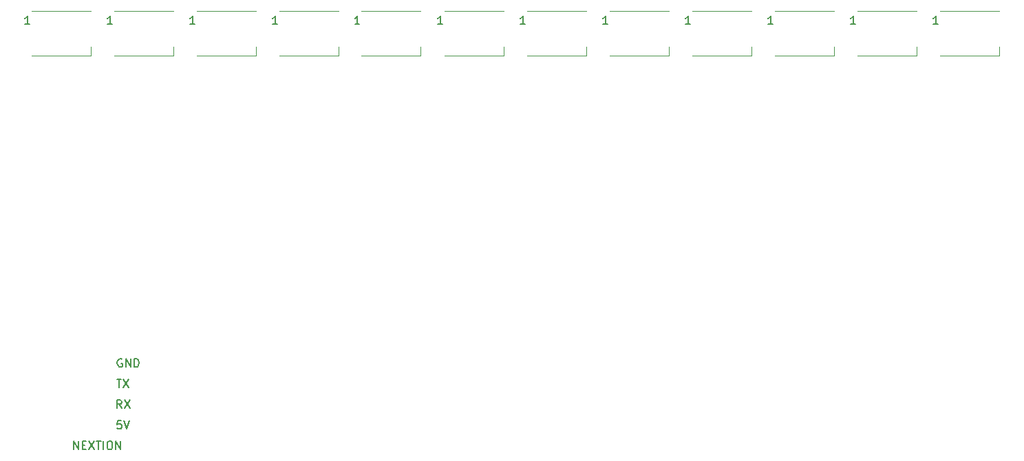
<source format=gbr>
%TF.GenerationSoftware,KiCad,Pcbnew,(5.1.6)-1*%
%TF.CreationDate,2020-10-19T15:42:45+08:00*%
%TF.ProjectId,sim,73696d2e-6b69-4636-9164-5f7063625858,rev?*%
%TF.SameCoordinates,Original*%
%TF.FileFunction,Legend,Top*%
%TF.FilePolarity,Positive*%
%FSLAX46Y46*%
G04 Gerber Fmt 4.6, Leading zero omitted, Abs format (unit mm)*
G04 Created by KiCad (PCBNEW (5.1.6)-1) date 2020-10-19 15:42:45*
%MOMM*%
%LPD*%
G01*
G04 APERTURE LIST*
%ADD10C,0.150000*%
%ADD11C,0.120000*%
G04 APERTURE END LIST*
D10*
X59984047Y-84272380D02*
X59984047Y-83272380D01*
X60555476Y-84272380D01*
X60555476Y-83272380D01*
X61031666Y-83748571D02*
X61365000Y-83748571D01*
X61507857Y-84272380D02*
X61031666Y-84272380D01*
X61031666Y-83272380D01*
X61507857Y-83272380D01*
X61841190Y-83272380D02*
X62507857Y-84272380D01*
X62507857Y-83272380D02*
X61841190Y-84272380D01*
X62745952Y-83272380D02*
X63317380Y-83272380D01*
X63031666Y-84272380D02*
X63031666Y-83272380D01*
X63650714Y-84272380D02*
X63650714Y-83272380D01*
X64317380Y-83272380D02*
X64507857Y-83272380D01*
X64603095Y-83320000D01*
X64698333Y-83415238D01*
X64745952Y-83605714D01*
X64745952Y-83939047D01*
X64698333Y-84129523D01*
X64603095Y-84224761D01*
X64507857Y-84272380D01*
X64317380Y-84272380D01*
X64222142Y-84224761D01*
X64126904Y-84129523D01*
X64079285Y-83939047D01*
X64079285Y-83605714D01*
X64126904Y-83415238D01*
X64222142Y-83320000D01*
X64317380Y-83272380D01*
X65174523Y-84272380D02*
X65174523Y-83272380D01*
X65745952Y-84272380D01*
X65745952Y-83272380D01*
X65849523Y-80732380D02*
X65373333Y-80732380D01*
X65325714Y-81208571D01*
X65373333Y-81160952D01*
X65468571Y-81113333D01*
X65706666Y-81113333D01*
X65801904Y-81160952D01*
X65849523Y-81208571D01*
X65897142Y-81303809D01*
X65897142Y-81541904D01*
X65849523Y-81637142D01*
X65801904Y-81684761D01*
X65706666Y-81732380D01*
X65468571Y-81732380D01*
X65373333Y-81684761D01*
X65325714Y-81637142D01*
X66182857Y-80732380D02*
X66516190Y-81732380D01*
X66849523Y-80732380D01*
X65873333Y-79192380D02*
X65540000Y-78716190D01*
X65301904Y-79192380D02*
X65301904Y-78192380D01*
X65682857Y-78192380D01*
X65778095Y-78240000D01*
X65825714Y-78287619D01*
X65873333Y-78382857D01*
X65873333Y-78525714D01*
X65825714Y-78620952D01*
X65778095Y-78668571D01*
X65682857Y-78716190D01*
X65301904Y-78716190D01*
X66206666Y-78192380D02*
X66873333Y-79192380D01*
X66873333Y-78192380D02*
X66206666Y-79192380D01*
X65278095Y-75652380D02*
X65849523Y-75652380D01*
X65563809Y-76652380D02*
X65563809Y-75652380D01*
X66087619Y-75652380D02*
X66754285Y-76652380D01*
X66754285Y-75652380D02*
X66087619Y-76652380D01*
X65913095Y-73160000D02*
X65817857Y-73112380D01*
X65675000Y-73112380D01*
X65532142Y-73160000D01*
X65436904Y-73255238D01*
X65389285Y-73350476D01*
X65341666Y-73540952D01*
X65341666Y-73683809D01*
X65389285Y-73874285D01*
X65436904Y-73969523D01*
X65532142Y-74064761D01*
X65675000Y-74112380D01*
X65770238Y-74112380D01*
X65913095Y-74064761D01*
X65960714Y-74017142D01*
X65960714Y-73683809D01*
X65770238Y-73683809D01*
X66389285Y-74112380D02*
X66389285Y-73112380D01*
X66960714Y-74112380D01*
X66960714Y-73112380D01*
X67436904Y-74112380D02*
X67436904Y-73112380D01*
X67675000Y-73112380D01*
X67817857Y-73160000D01*
X67913095Y-73255238D01*
X67960714Y-73350476D01*
X68008333Y-73540952D01*
X68008333Y-73683809D01*
X67960714Y-73874285D01*
X67913095Y-73969523D01*
X67817857Y-74064761D01*
X67675000Y-74112380D01*
X67436904Y-74112380D01*
D11*
%TO.C,D1*%
X62070000Y-35770000D02*
X62070000Y-34620000D01*
X54770000Y-35770000D02*
X62070000Y-35770000D01*
X54770000Y-30270000D02*
X62070000Y-30270000D01*
%TO.C,D2*%
X136050000Y-30270000D02*
X143350000Y-30270000D01*
X136050000Y-35770000D02*
X143350000Y-35770000D01*
X143350000Y-35770000D02*
X143350000Y-34620000D01*
%TO.C,D3*%
X72230000Y-35770000D02*
X72230000Y-34620000D01*
X64930000Y-35770000D02*
X72230000Y-35770000D01*
X64930000Y-30270000D02*
X72230000Y-30270000D01*
%TO.C,D4*%
X153510000Y-35770000D02*
X153510000Y-34620000D01*
X146210000Y-35770000D02*
X153510000Y-35770000D01*
X146210000Y-30270000D02*
X153510000Y-30270000D01*
%TO.C,D5*%
X75090000Y-30270000D02*
X82390000Y-30270000D01*
X75090000Y-35770000D02*
X82390000Y-35770000D01*
X82390000Y-35770000D02*
X82390000Y-34620000D01*
%TO.C,D6*%
X156370000Y-30270000D02*
X163670000Y-30270000D01*
X156370000Y-35770000D02*
X163670000Y-35770000D01*
X163670000Y-35770000D02*
X163670000Y-34620000D01*
%TO.C,D7*%
X92550000Y-35770000D02*
X92550000Y-34620000D01*
X85250000Y-35770000D02*
X92550000Y-35770000D01*
X85250000Y-30270000D02*
X92550000Y-30270000D01*
%TO.C,D9*%
X95350000Y-30270000D02*
X102650000Y-30270000D01*
X95350000Y-35770000D02*
X102650000Y-35770000D01*
X102650000Y-35770000D02*
X102650000Y-34620000D01*
%TO.C,D11*%
X112870000Y-35770000D02*
X112870000Y-34620000D01*
X105570000Y-35770000D02*
X112870000Y-35770000D01*
X105570000Y-30270000D02*
X112870000Y-30270000D01*
%TO.C,D13*%
X115730000Y-30270000D02*
X123030000Y-30270000D01*
X115730000Y-35770000D02*
X123030000Y-35770000D01*
X123030000Y-35770000D02*
X123030000Y-34620000D01*
%TO.C,D17*%
X125890000Y-30270000D02*
X133190000Y-30270000D01*
X125890000Y-35770000D02*
X133190000Y-35770000D01*
X133190000Y-35770000D02*
X133190000Y-34620000D01*
%TO.C,D8*%
X166530000Y-30270000D02*
X173830000Y-30270000D01*
X166530000Y-35770000D02*
X173830000Y-35770000D01*
X173830000Y-35770000D02*
X173830000Y-34620000D01*
%TD*%
%TO.C,D1*%
D10*
X54555714Y-31872380D02*
X53984285Y-31872380D01*
X54270000Y-31872380D02*
X54270000Y-30872380D01*
X54174761Y-31015238D01*
X54079523Y-31110476D01*
X53984285Y-31158095D01*
%TO.C,D2*%
X135835714Y-31872380D02*
X135264285Y-31872380D01*
X135550000Y-31872380D02*
X135550000Y-30872380D01*
X135454761Y-31015238D01*
X135359523Y-31110476D01*
X135264285Y-31158095D01*
%TO.C,D3*%
X64715714Y-31872380D02*
X64144285Y-31872380D01*
X64430000Y-31872380D02*
X64430000Y-30872380D01*
X64334761Y-31015238D01*
X64239523Y-31110476D01*
X64144285Y-31158095D01*
%TO.C,D4*%
X145995714Y-31872380D02*
X145424285Y-31872380D01*
X145710000Y-31872380D02*
X145710000Y-30872380D01*
X145614761Y-31015238D01*
X145519523Y-31110476D01*
X145424285Y-31158095D01*
%TO.C,D5*%
X74875714Y-31872380D02*
X74304285Y-31872380D01*
X74590000Y-31872380D02*
X74590000Y-30872380D01*
X74494761Y-31015238D01*
X74399523Y-31110476D01*
X74304285Y-31158095D01*
%TO.C,D6*%
X156155714Y-31872380D02*
X155584285Y-31872380D01*
X155870000Y-31872380D02*
X155870000Y-30872380D01*
X155774761Y-31015238D01*
X155679523Y-31110476D01*
X155584285Y-31158095D01*
%TO.C,D7*%
X85035714Y-31872380D02*
X84464285Y-31872380D01*
X84750000Y-31872380D02*
X84750000Y-30872380D01*
X84654761Y-31015238D01*
X84559523Y-31110476D01*
X84464285Y-31158095D01*
%TO.C,D9*%
X95135714Y-31872380D02*
X94564285Y-31872380D01*
X94850000Y-31872380D02*
X94850000Y-30872380D01*
X94754761Y-31015238D01*
X94659523Y-31110476D01*
X94564285Y-31158095D01*
%TO.C,D11*%
X105355714Y-31872380D02*
X104784285Y-31872380D01*
X105070000Y-31872380D02*
X105070000Y-30872380D01*
X104974761Y-31015238D01*
X104879523Y-31110476D01*
X104784285Y-31158095D01*
%TO.C,D13*%
X115515714Y-31872380D02*
X114944285Y-31872380D01*
X115230000Y-31872380D02*
X115230000Y-30872380D01*
X115134761Y-31015238D01*
X115039523Y-31110476D01*
X114944285Y-31158095D01*
%TO.C,D17*%
X125675714Y-31872380D02*
X125104285Y-31872380D01*
X125390000Y-31872380D02*
X125390000Y-30872380D01*
X125294761Y-31015238D01*
X125199523Y-31110476D01*
X125104285Y-31158095D01*
%TO.C,D8*%
X166315714Y-31872380D02*
X165744285Y-31872380D01*
X166030000Y-31872380D02*
X166030000Y-30872380D01*
X165934761Y-31015238D01*
X165839523Y-31110476D01*
X165744285Y-31158095D01*
%TD*%
M02*

</source>
